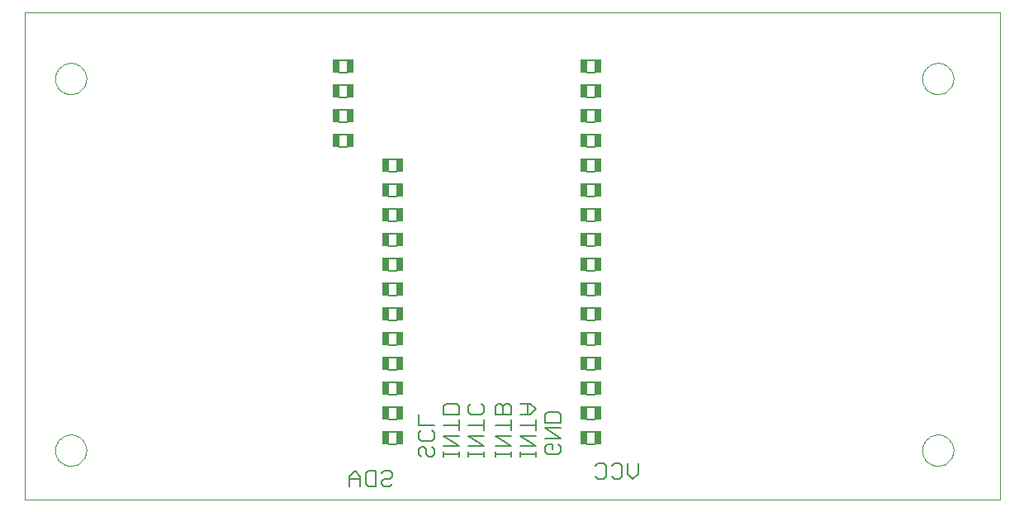
<source format=gbo>
G75*
G70*
%OFA0B0*%
%FSLAX24Y24*%
%IPPOS*%
%LPD*%
%AMOC8*
5,1,8,0,0,1.08239X$1,22.5*
%
%ADD10C,0.0000*%
%ADD11C,0.0060*%
%ADD12R,0.0256X0.0551*%
D10*
X000100Y000100D02*
X039470Y000100D01*
X039470Y019785D01*
X000100Y019785D01*
X000100Y000100D01*
X001340Y002100D02*
X001342Y002150D01*
X001348Y002200D01*
X001358Y002249D01*
X001372Y002297D01*
X001389Y002344D01*
X001410Y002389D01*
X001435Y002433D01*
X001463Y002474D01*
X001495Y002513D01*
X001529Y002550D01*
X001566Y002584D01*
X001606Y002614D01*
X001648Y002641D01*
X001692Y002665D01*
X001738Y002686D01*
X001785Y002702D01*
X001833Y002715D01*
X001883Y002724D01*
X001932Y002729D01*
X001983Y002730D01*
X002033Y002727D01*
X002082Y002720D01*
X002131Y002709D01*
X002179Y002694D01*
X002225Y002676D01*
X002270Y002654D01*
X002313Y002628D01*
X002354Y002599D01*
X002393Y002567D01*
X002429Y002532D01*
X002461Y002494D01*
X002491Y002454D01*
X002518Y002411D01*
X002541Y002367D01*
X002560Y002321D01*
X002576Y002273D01*
X002588Y002224D01*
X002596Y002175D01*
X002600Y002125D01*
X002600Y002075D01*
X002596Y002025D01*
X002588Y001976D01*
X002576Y001927D01*
X002560Y001879D01*
X002541Y001833D01*
X002518Y001789D01*
X002491Y001746D01*
X002461Y001706D01*
X002429Y001668D01*
X002393Y001633D01*
X002354Y001601D01*
X002313Y001572D01*
X002270Y001546D01*
X002225Y001524D01*
X002179Y001506D01*
X002131Y001491D01*
X002082Y001480D01*
X002033Y001473D01*
X001983Y001470D01*
X001932Y001471D01*
X001883Y001476D01*
X001833Y001485D01*
X001785Y001498D01*
X001738Y001514D01*
X001692Y001535D01*
X001648Y001559D01*
X001606Y001586D01*
X001566Y001616D01*
X001529Y001650D01*
X001495Y001687D01*
X001463Y001726D01*
X001435Y001767D01*
X001410Y001811D01*
X001389Y001856D01*
X001372Y001903D01*
X001358Y001951D01*
X001348Y002000D01*
X001342Y002050D01*
X001340Y002100D01*
X001340Y017100D02*
X001342Y017150D01*
X001348Y017200D01*
X001358Y017249D01*
X001372Y017297D01*
X001389Y017344D01*
X001410Y017389D01*
X001435Y017433D01*
X001463Y017474D01*
X001495Y017513D01*
X001529Y017550D01*
X001566Y017584D01*
X001606Y017614D01*
X001648Y017641D01*
X001692Y017665D01*
X001738Y017686D01*
X001785Y017702D01*
X001833Y017715D01*
X001883Y017724D01*
X001932Y017729D01*
X001983Y017730D01*
X002033Y017727D01*
X002082Y017720D01*
X002131Y017709D01*
X002179Y017694D01*
X002225Y017676D01*
X002270Y017654D01*
X002313Y017628D01*
X002354Y017599D01*
X002393Y017567D01*
X002429Y017532D01*
X002461Y017494D01*
X002491Y017454D01*
X002518Y017411D01*
X002541Y017367D01*
X002560Y017321D01*
X002576Y017273D01*
X002588Y017224D01*
X002596Y017175D01*
X002600Y017125D01*
X002600Y017075D01*
X002596Y017025D01*
X002588Y016976D01*
X002576Y016927D01*
X002560Y016879D01*
X002541Y016833D01*
X002518Y016789D01*
X002491Y016746D01*
X002461Y016706D01*
X002429Y016668D01*
X002393Y016633D01*
X002354Y016601D01*
X002313Y016572D01*
X002270Y016546D01*
X002225Y016524D01*
X002179Y016506D01*
X002131Y016491D01*
X002082Y016480D01*
X002033Y016473D01*
X001983Y016470D01*
X001932Y016471D01*
X001883Y016476D01*
X001833Y016485D01*
X001785Y016498D01*
X001738Y016514D01*
X001692Y016535D01*
X001648Y016559D01*
X001606Y016586D01*
X001566Y016616D01*
X001529Y016650D01*
X001495Y016687D01*
X001463Y016726D01*
X001435Y016767D01*
X001410Y016811D01*
X001389Y016856D01*
X001372Y016903D01*
X001358Y016951D01*
X001348Y017000D01*
X001342Y017050D01*
X001340Y017100D01*
X036340Y017100D02*
X036342Y017150D01*
X036348Y017200D01*
X036358Y017249D01*
X036372Y017297D01*
X036389Y017344D01*
X036410Y017389D01*
X036435Y017433D01*
X036463Y017474D01*
X036495Y017513D01*
X036529Y017550D01*
X036566Y017584D01*
X036606Y017614D01*
X036648Y017641D01*
X036692Y017665D01*
X036738Y017686D01*
X036785Y017702D01*
X036833Y017715D01*
X036883Y017724D01*
X036932Y017729D01*
X036983Y017730D01*
X037033Y017727D01*
X037082Y017720D01*
X037131Y017709D01*
X037179Y017694D01*
X037225Y017676D01*
X037270Y017654D01*
X037313Y017628D01*
X037354Y017599D01*
X037393Y017567D01*
X037429Y017532D01*
X037461Y017494D01*
X037491Y017454D01*
X037518Y017411D01*
X037541Y017367D01*
X037560Y017321D01*
X037576Y017273D01*
X037588Y017224D01*
X037596Y017175D01*
X037600Y017125D01*
X037600Y017075D01*
X037596Y017025D01*
X037588Y016976D01*
X037576Y016927D01*
X037560Y016879D01*
X037541Y016833D01*
X037518Y016789D01*
X037491Y016746D01*
X037461Y016706D01*
X037429Y016668D01*
X037393Y016633D01*
X037354Y016601D01*
X037313Y016572D01*
X037270Y016546D01*
X037225Y016524D01*
X037179Y016506D01*
X037131Y016491D01*
X037082Y016480D01*
X037033Y016473D01*
X036983Y016470D01*
X036932Y016471D01*
X036883Y016476D01*
X036833Y016485D01*
X036785Y016498D01*
X036738Y016514D01*
X036692Y016535D01*
X036648Y016559D01*
X036606Y016586D01*
X036566Y016616D01*
X036529Y016650D01*
X036495Y016687D01*
X036463Y016726D01*
X036435Y016767D01*
X036410Y016811D01*
X036389Y016856D01*
X036372Y016903D01*
X036358Y016951D01*
X036348Y017000D01*
X036342Y017050D01*
X036340Y017100D01*
X036340Y002100D02*
X036342Y002150D01*
X036348Y002200D01*
X036358Y002249D01*
X036372Y002297D01*
X036389Y002344D01*
X036410Y002389D01*
X036435Y002433D01*
X036463Y002474D01*
X036495Y002513D01*
X036529Y002550D01*
X036566Y002584D01*
X036606Y002614D01*
X036648Y002641D01*
X036692Y002665D01*
X036738Y002686D01*
X036785Y002702D01*
X036833Y002715D01*
X036883Y002724D01*
X036932Y002729D01*
X036983Y002730D01*
X037033Y002727D01*
X037082Y002720D01*
X037131Y002709D01*
X037179Y002694D01*
X037225Y002676D01*
X037270Y002654D01*
X037313Y002628D01*
X037354Y002599D01*
X037393Y002567D01*
X037429Y002532D01*
X037461Y002494D01*
X037491Y002454D01*
X037518Y002411D01*
X037541Y002367D01*
X037560Y002321D01*
X037576Y002273D01*
X037588Y002224D01*
X037596Y002175D01*
X037600Y002125D01*
X037600Y002075D01*
X037596Y002025D01*
X037588Y001976D01*
X037576Y001927D01*
X037560Y001879D01*
X037541Y001833D01*
X037518Y001789D01*
X037491Y001746D01*
X037461Y001706D01*
X037429Y001668D01*
X037393Y001633D01*
X037354Y001601D01*
X037313Y001572D01*
X037270Y001546D01*
X037225Y001524D01*
X037179Y001506D01*
X037131Y001491D01*
X037082Y001480D01*
X037033Y001473D01*
X036983Y001470D01*
X036932Y001471D01*
X036883Y001476D01*
X036833Y001485D01*
X036785Y001498D01*
X036738Y001514D01*
X036692Y001535D01*
X036648Y001559D01*
X036606Y001586D01*
X036566Y001616D01*
X036529Y001650D01*
X036495Y001687D01*
X036463Y001726D01*
X036435Y001767D01*
X036410Y001811D01*
X036389Y001856D01*
X036372Y001903D01*
X036358Y001951D01*
X036348Y002000D01*
X036342Y002050D01*
X036340Y002100D01*
D11*
X024874Y001571D02*
X024874Y001144D01*
X024660Y000930D01*
X024447Y001144D01*
X024447Y001571D01*
X024229Y001464D02*
X024229Y001037D01*
X024122Y000930D01*
X023909Y000930D01*
X023802Y001037D01*
X023585Y001037D02*
X023478Y000930D01*
X023264Y000930D01*
X023158Y001037D01*
X023585Y001037D02*
X023585Y001464D01*
X023478Y001571D01*
X023264Y001571D01*
X023158Y001464D01*
X023802Y001464D02*
X023909Y001571D01*
X024122Y001571D01*
X024229Y001464D01*
X023131Y002350D02*
X022809Y002350D01*
X022809Y002850D02*
X023131Y002850D01*
X023131Y003350D02*
X022809Y003350D01*
X022809Y003850D02*
X023131Y003850D01*
X023131Y004350D02*
X022809Y004350D01*
X022809Y004850D02*
X023131Y004850D01*
X023131Y005350D02*
X022809Y005350D01*
X022809Y005850D02*
X023131Y005850D01*
X023131Y006350D02*
X022809Y006350D01*
X022809Y006850D02*
X023131Y006850D01*
X023131Y007350D02*
X022809Y007350D01*
X022809Y007850D02*
X023131Y007850D01*
X023131Y008350D02*
X022809Y008350D01*
X022809Y008850D02*
X023131Y008850D01*
X023131Y009350D02*
X022809Y009350D01*
X022809Y009850D02*
X023131Y009850D01*
X023131Y010350D02*
X022809Y010350D01*
X022809Y010850D02*
X023131Y010850D01*
X023131Y011350D02*
X022809Y011350D01*
X022809Y011850D02*
X023131Y011850D01*
X023131Y012350D02*
X022809Y012350D01*
X022809Y012850D02*
X023131Y012850D01*
X023131Y013350D02*
X022809Y013350D01*
X022809Y013850D02*
X023131Y013850D01*
X023131Y014350D02*
X022809Y014350D01*
X022809Y014850D02*
X023131Y014850D01*
X023131Y015350D02*
X022809Y015350D01*
X022809Y015850D02*
X023131Y015850D01*
X023131Y016350D02*
X022809Y016350D01*
X022809Y016850D02*
X023131Y016850D01*
X023131Y017350D02*
X022809Y017350D01*
X022809Y017850D02*
X023131Y017850D01*
X015131Y013850D02*
X014809Y013850D01*
X014809Y013350D02*
X015131Y013350D01*
X015131Y012850D02*
X014809Y012850D01*
X014809Y012350D02*
X015131Y012350D01*
X015131Y011850D02*
X014809Y011850D01*
X014809Y011350D02*
X015131Y011350D01*
X015131Y010850D02*
X014809Y010850D01*
X014809Y010350D02*
X015131Y010350D01*
X015131Y009850D02*
X014809Y009850D01*
X014809Y009350D02*
X015131Y009350D01*
X015131Y008850D02*
X014809Y008850D01*
X014809Y008350D02*
X015131Y008350D01*
X015131Y007850D02*
X014809Y007850D01*
X014809Y007350D02*
X015131Y007350D01*
X015131Y006850D02*
X014809Y006850D01*
X014809Y006350D02*
X015131Y006350D01*
X015131Y005850D02*
X014809Y005850D01*
X014809Y005350D02*
X015131Y005350D01*
X015131Y004850D02*
X014809Y004850D01*
X014809Y004350D02*
X015131Y004350D01*
X015131Y003850D02*
X014809Y003850D01*
X014809Y003350D02*
X015131Y003350D01*
X015131Y002850D02*
X014809Y002850D01*
X014809Y002350D02*
X015131Y002350D01*
X016000Y002150D02*
X016000Y001937D01*
X016107Y001830D01*
X016320Y001937D02*
X016320Y002150D01*
X016214Y002257D01*
X016107Y002257D01*
X016000Y002150D01*
X016320Y001937D02*
X016427Y001830D01*
X016534Y001830D01*
X016641Y001937D01*
X016641Y002150D01*
X016534Y002257D01*
X016534Y002475D02*
X016107Y002475D01*
X016000Y002581D01*
X016000Y002795D01*
X016107Y002902D01*
X016000Y003119D02*
X016000Y003546D01*
X016000Y003119D02*
X016641Y003119D01*
X016534Y002902D02*
X016641Y002795D01*
X016641Y002581D01*
X016534Y002475D01*
X017000Y002687D02*
X017641Y002687D01*
X017641Y002904D02*
X017641Y003331D01*
X017641Y003118D02*
X017000Y003118D01*
X017000Y003549D02*
X017000Y003869D01*
X017107Y003976D01*
X017534Y003976D01*
X017641Y003869D01*
X017641Y003549D01*
X017000Y003549D01*
X018000Y003656D02*
X018107Y003549D01*
X018534Y003549D01*
X018641Y003656D01*
X018641Y003869D01*
X018534Y003976D01*
X018107Y003976D02*
X018000Y003869D01*
X018000Y003656D01*
X018641Y003331D02*
X018641Y002904D01*
X018641Y003118D02*
X018000Y003118D01*
X018000Y002687D02*
X018641Y002687D01*
X019100Y002687D02*
X019741Y002687D01*
X019741Y002904D02*
X019741Y003331D01*
X019741Y003118D02*
X019100Y003118D01*
X019100Y003549D02*
X019100Y003869D01*
X019207Y003976D01*
X019314Y003976D01*
X019420Y003869D01*
X019420Y003549D01*
X019100Y003549D02*
X019741Y003549D01*
X019741Y003869D01*
X019634Y003976D01*
X019527Y003976D01*
X019420Y003869D01*
X020100Y003976D02*
X020527Y003976D01*
X020741Y003762D01*
X020527Y003549D01*
X020100Y003549D01*
X020420Y003549D02*
X020420Y003976D01*
X021100Y003539D02*
X021207Y003646D01*
X021634Y003646D01*
X021741Y003539D01*
X021741Y003219D01*
X021100Y003219D01*
X021100Y003539D01*
X020741Y003331D02*
X020741Y002904D01*
X020741Y003118D02*
X020100Y003118D01*
X020100Y002687D02*
X020741Y002687D01*
X021100Y002575D02*
X021741Y002575D01*
X021100Y003002D01*
X021741Y003002D01*
X021634Y002357D02*
X021741Y002250D01*
X021741Y002037D01*
X021634Y001930D01*
X021207Y001930D01*
X021100Y002037D01*
X021100Y002250D01*
X021207Y002357D01*
X021420Y002357D01*
X021420Y002144D01*
X020741Y002044D02*
X020741Y001830D01*
X020741Y001937D02*
X020100Y001937D01*
X020100Y001830D02*
X020100Y002044D01*
X020100Y002260D02*
X020741Y002260D01*
X020100Y002687D01*
X019741Y002260D02*
X019100Y002260D01*
X019100Y002044D02*
X019100Y001830D01*
X019100Y001937D02*
X019741Y001937D01*
X019741Y001830D02*
X019741Y002044D01*
X019741Y002260D02*
X019100Y002687D01*
X018641Y002260D02*
X018000Y002687D01*
X018000Y002260D02*
X018641Y002260D01*
X018641Y002044D02*
X018641Y001830D01*
X018641Y001937D02*
X018000Y001937D01*
X018000Y001830D02*
X018000Y002044D01*
X017641Y002044D02*
X017641Y001830D01*
X017641Y001937D02*
X017000Y001937D01*
X017000Y001830D02*
X017000Y002044D01*
X017000Y002260D02*
X017641Y002260D01*
X017000Y002687D01*
X014940Y001164D02*
X014833Y001271D01*
X014620Y001271D01*
X014513Y001164D01*
X014620Y000950D02*
X014513Y000844D01*
X014513Y000737D01*
X014620Y000630D01*
X014833Y000630D01*
X014940Y000737D01*
X014833Y000950D02*
X014620Y000950D01*
X014833Y000950D02*
X014940Y001057D01*
X014940Y001164D01*
X014296Y001271D02*
X013975Y001271D01*
X013868Y001164D01*
X013868Y000737D01*
X013975Y000630D01*
X014296Y000630D01*
X014296Y001271D01*
X013651Y001057D02*
X013437Y001271D01*
X013224Y001057D01*
X013224Y000630D01*
X013224Y000950D02*
X013651Y000950D01*
X013651Y001057D02*
X013651Y000630D01*
X013131Y014350D02*
X012809Y014350D01*
X012809Y014850D02*
X013131Y014850D01*
X013131Y015350D02*
X012809Y015350D01*
X012809Y015850D02*
X013131Y015850D01*
X013131Y016350D02*
X012809Y016350D01*
X012809Y016850D02*
X013131Y016850D01*
X013131Y017350D02*
X012809Y017350D01*
X012809Y017850D02*
X013131Y017850D01*
D12*
X013262Y017601D03*
X012682Y017601D03*
X012682Y016601D03*
X013262Y016601D03*
X013262Y015601D03*
X012682Y015601D03*
X012682Y014601D03*
X013262Y014601D03*
X014682Y013601D03*
X015262Y013601D03*
X015262Y012601D03*
X014682Y012601D03*
X014682Y011601D03*
X015262Y011601D03*
X015262Y010601D03*
X014682Y010601D03*
X014682Y009601D03*
X015262Y009601D03*
X015262Y008601D03*
X014682Y008601D03*
X014682Y007601D03*
X015262Y007601D03*
X015262Y006601D03*
X014682Y006601D03*
X014682Y005601D03*
X015262Y005601D03*
X015262Y004601D03*
X014682Y004601D03*
X014682Y003601D03*
X015262Y003601D03*
X015262Y002601D03*
X014682Y002601D03*
X022678Y002599D03*
X023258Y002599D03*
X023258Y003599D03*
X022678Y003599D03*
X022678Y004599D03*
X023258Y004599D03*
X023258Y005599D03*
X022678Y005599D03*
X022678Y006599D03*
X023258Y006599D03*
X023258Y007599D03*
X022678Y007599D03*
X022678Y008599D03*
X023258Y008599D03*
X023258Y009599D03*
X022678Y009599D03*
X022678Y010599D03*
X023258Y010599D03*
X023258Y011599D03*
X022678Y011599D03*
X022678Y012599D03*
X023258Y012599D03*
X023258Y013599D03*
X022678Y013599D03*
X022678Y014599D03*
X023258Y014599D03*
X023258Y015599D03*
X022678Y015599D03*
X022678Y016599D03*
X023258Y016599D03*
X023258Y017599D03*
X022678Y017599D03*
M02*

</source>
